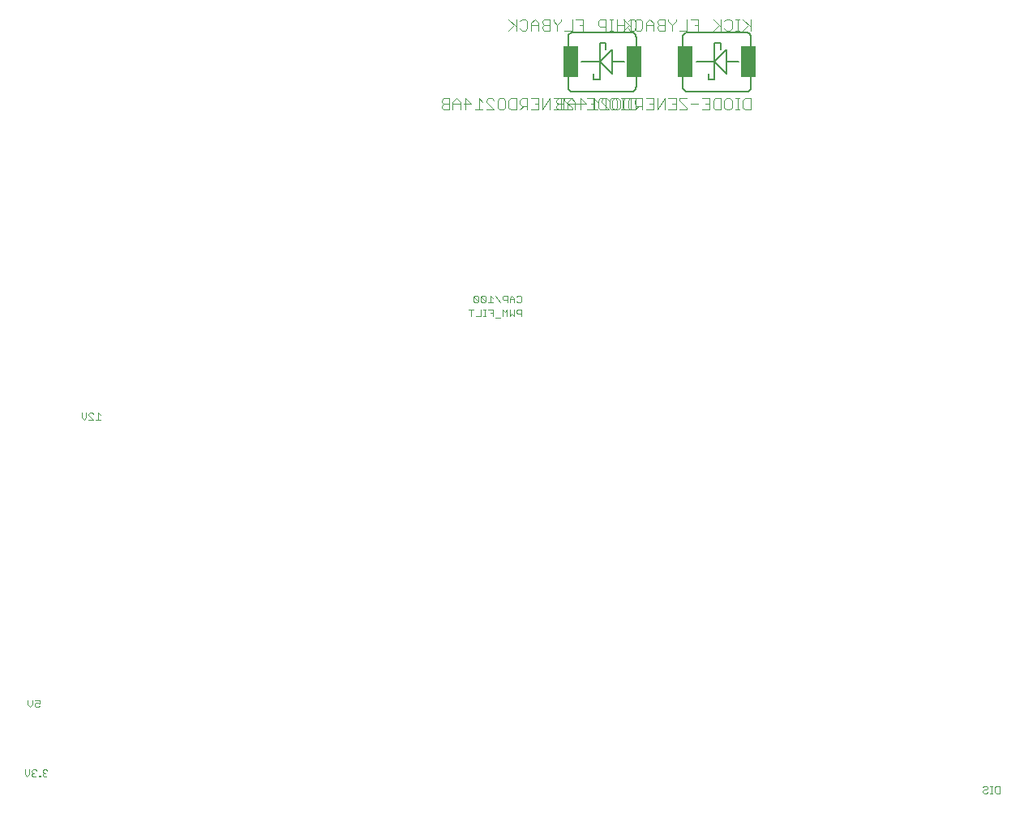
<source format=gbo>
G75*
G70*
%OFA0B0*%
%FSLAX24Y24*%
%IPPOS*%
%LPD*%
%AMOC8*
5,1,8,0,0,1.08239X$1,22.5*
%
%ADD10C,0.0030*%
%ADD11C,0.0050*%
%ADD12R,0.0600X0.1260*%
%ADD13C,0.0040*%
D10*
X043227Y005977D02*
X043227Y006170D01*
X043420Y006170D02*
X043420Y005977D01*
X043323Y005880D01*
X043227Y005977D01*
X043521Y005977D02*
X043521Y005928D01*
X043570Y005880D01*
X043666Y005880D01*
X043715Y005928D01*
X043814Y005928D02*
X043814Y005880D01*
X043862Y005880D01*
X043862Y005928D01*
X043814Y005928D01*
X043963Y005928D02*
X044012Y005880D01*
X044108Y005880D01*
X044157Y005928D01*
X044060Y006025D02*
X044012Y006025D01*
X043963Y005977D01*
X043963Y005928D01*
X044012Y006025D02*
X043963Y006074D01*
X043963Y006122D01*
X044012Y006170D01*
X044108Y006170D01*
X044157Y006122D01*
X043715Y006122D02*
X043666Y006170D01*
X043570Y006170D01*
X043521Y006122D01*
X043521Y006074D01*
X043570Y006025D01*
X043521Y005977D01*
X043570Y006025D02*
X043618Y006025D01*
X043692Y008734D02*
X043789Y008734D01*
X043837Y008783D01*
X043837Y008879D02*
X043741Y008928D01*
X043692Y008928D01*
X043644Y008879D01*
X043644Y008783D01*
X043692Y008734D01*
X043543Y008831D02*
X043446Y008734D01*
X043349Y008831D01*
X043349Y009025D01*
X043543Y009025D02*
X043543Y008831D01*
X043644Y009025D02*
X043837Y009025D01*
X043837Y008879D01*
X045661Y020545D02*
X045564Y020642D01*
X045564Y020836D01*
X045758Y020836D02*
X045758Y020642D01*
X045661Y020545D01*
X045859Y020545D02*
X046052Y020545D01*
X045859Y020739D01*
X045859Y020787D01*
X045907Y020836D01*
X046004Y020836D01*
X046052Y020787D01*
X046250Y020836D02*
X046250Y020545D01*
X046347Y020545D02*
X046153Y020545D01*
X046347Y020739D02*
X046250Y020836D01*
X061491Y025090D02*
X061684Y025090D01*
X061588Y025090D02*
X061588Y024800D01*
X061785Y024800D02*
X061979Y024800D01*
X061979Y025090D01*
X062079Y025090D02*
X062175Y025090D01*
X062127Y025090D02*
X062127Y024800D01*
X062175Y024800D02*
X062079Y024800D01*
X062373Y024945D02*
X062470Y024945D01*
X062470Y024800D02*
X062470Y025090D01*
X062277Y025090D01*
X062277Y025368D02*
X062470Y025368D01*
X062373Y025368D02*
X062373Y025658D01*
X062470Y025562D01*
X062571Y025658D02*
X062765Y025368D01*
X062866Y025513D02*
X062914Y025465D01*
X063060Y025465D01*
X063060Y025368D02*
X063060Y025658D01*
X062914Y025658D01*
X062866Y025610D01*
X062866Y025513D01*
X063161Y025513D02*
X063354Y025513D01*
X063354Y025562D02*
X063257Y025658D01*
X063161Y025562D01*
X063161Y025368D01*
X063354Y025368D02*
X063354Y025562D01*
X063455Y025610D02*
X063504Y025658D01*
X063600Y025658D01*
X063649Y025610D01*
X063649Y025417D01*
X063600Y025368D01*
X063504Y025368D01*
X063455Y025417D01*
X063503Y025090D02*
X063455Y025042D01*
X063455Y024945D01*
X063503Y024897D01*
X063649Y024897D01*
X063649Y024800D02*
X063649Y025090D01*
X063503Y025090D01*
X063354Y025090D02*
X063354Y024800D01*
X063257Y024897D01*
X063160Y024800D01*
X063160Y025090D01*
X063059Y025090D02*
X062963Y024994D01*
X062866Y025090D01*
X062866Y024800D01*
X062765Y024752D02*
X062571Y024752D01*
X063059Y024800D02*
X063059Y025090D01*
X062176Y025417D02*
X061982Y025610D01*
X061982Y025417D01*
X062030Y025368D01*
X062127Y025368D01*
X062176Y025417D01*
X062176Y025610D01*
X062127Y025658D01*
X062030Y025658D01*
X061982Y025610D01*
X061881Y025610D02*
X061833Y025658D01*
X061736Y025658D01*
X061687Y025610D01*
X061881Y025417D01*
X061833Y025368D01*
X061736Y025368D01*
X061687Y025417D01*
X061687Y025610D01*
X061881Y025610D02*
X061881Y025417D01*
X082621Y005433D02*
X082669Y005481D01*
X082766Y005481D01*
X082815Y005433D01*
X082815Y005385D01*
X082766Y005336D01*
X082669Y005336D01*
X082621Y005288D01*
X082621Y005239D01*
X082669Y005191D01*
X082766Y005191D01*
X082815Y005239D01*
X082914Y005191D02*
X083011Y005191D01*
X082963Y005191D02*
X082963Y005481D01*
X083011Y005481D02*
X082914Y005481D01*
X083112Y005433D02*
X083161Y005481D01*
X083306Y005481D01*
X083306Y005191D01*
X083161Y005191D01*
X083112Y005239D01*
X083112Y005433D01*
D11*
X072885Y034038D02*
X070485Y034038D01*
X070459Y034040D01*
X070433Y034045D01*
X070408Y034053D01*
X070385Y034065D01*
X070363Y034079D01*
X070344Y034097D01*
X070326Y034116D01*
X070312Y034138D01*
X070300Y034161D01*
X070292Y034186D01*
X070287Y034212D01*
X070285Y034238D01*
X070285Y036288D01*
X070287Y036314D01*
X070292Y036340D01*
X070300Y036365D01*
X070312Y036388D01*
X070326Y036410D01*
X070344Y036429D01*
X070363Y036447D01*
X070385Y036461D01*
X070408Y036473D01*
X070433Y036481D01*
X070459Y036486D01*
X070485Y036488D01*
X072885Y036488D01*
X072911Y036486D01*
X072937Y036481D01*
X072962Y036473D01*
X072985Y036461D01*
X073007Y036447D01*
X073026Y036429D01*
X073044Y036410D01*
X073058Y036388D01*
X073070Y036365D01*
X073078Y036340D01*
X073083Y036314D01*
X073085Y036288D01*
X073085Y034238D01*
X073083Y034212D01*
X073078Y034186D01*
X073070Y034161D01*
X073058Y034138D01*
X073044Y034116D01*
X073026Y034097D01*
X073007Y034079D01*
X072985Y034065D01*
X072962Y034053D01*
X072937Y034045D01*
X072911Y034040D01*
X072885Y034038D01*
X071585Y034538D02*
X071335Y034538D01*
X071335Y034788D01*
X071585Y034538D02*
X071585Y035288D01*
X070835Y035288D01*
X071585Y035288D02*
X072085Y034788D01*
X072085Y035288D01*
X072085Y035788D01*
X071585Y035288D01*
X071585Y036038D01*
X071835Y036038D01*
X071835Y035788D01*
X072085Y035288D02*
X072585Y035288D01*
X068361Y036288D02*
X068361Y034238D01*
X068359Y034212D01*
X068354Y034186D01*
X068346Y034161D01*
X068334Y034138D01*
X068320Y034116D01*
X068302Y034097D01*
X068283Y034079D01*
X068261Y034065D01*
X068238Y034053D01*
X068213Y034045D01*
X068187Y034040D01*
X068161Y034038D01*
X065761Y034038D01*
X065735Y034040D01*
X065709Y034045D01*
X065684Y034053D01*
X065661Y034065D01*
X065639Y034079D01*
X065620Y034097D01*
X065602Y034116D01*
X065588Y034138D01*
X065576Y034161D01*
X065568Y034186D01*
X065563Y034212D01*
X065561Y034238D01*
X065561Y036288D01*
X065563Y036314D01*
X065568Y036340D01*
X065576Y036365D01*
X065588Y036388D01*
X065602Y036410D01*
X065620Y036429D01*
X065639Y036447D01*
X065661Y036461D01*
X065684Y036473D01*
X065709Y036481D01*
X065735Y036486D01*
X065761Y036488D01*
X068161Y036488D01*
X068187Y036486D01*
X068213Y036481D01*
X068238Y036473D01*
X068261Y036461D01*
X068283Y036447D01*
X068302Y036429D01*
X068320Y036410D01*
X068334Y036388D01*
X068346Y036365D01*
X068354Y036340D01*
X068359Y036314D01*
X068361Y036288D01*
X067111Y036038D02*
X067111Y035788D01*
X067361Y035788D02*
X066861Y035288D01*
X066111Y035288D01*
X066611Y034788D02*
X066611Y034538D01*
X066861Y034538D01*
X066861Y035288D01*
X066861Y036038D01*
X067111Y036038D01*
X067361Y035788D02*
X067361Y035288D01*
X067361Y034788D01*
X066861Y035288D01*
X067361Y035288D02*
X067861Y035288D01*
D12*
X068261Y035263D03*
X070385Y035263D03*
X072985Y035263D03*
X065661Y035263D03*
D13*
X065732Y036558D02*
X065425Y036558D01*
X065118Y036558D02*
X065118Y036788D01*
X064965Y036942D01*
X064965Y037019D01*
X064811Y037019D02*
X064581Y037019D01*
X064504Y036942D01*
X064504Y036865D01*
X064581Y036788D01*
X064811Y036788D01*
X064811Y036558D02*
X064581Y036558D01*
X064504Y036635D01*
X064504Y036712D01*
X064581Y036788D01*
X064351Y036788D02*
X064044Y036788D01*
X064044Y036865D02*
X064044Y036558D01*
X063890Y036635D02*
X063814Y036558D01*
X063660Y036558D01*
X063584Y036635D01*
X063430Y036712D02*
X063123Y037019D01*
X063430Y037019D02*
X063430Y036558D01*
X063353Y036788D02*
X063123Y036558D01*
X063584Y036942D02*
X063660Y037019D01*
X063814Y037019D01*
X063890Y036942D01*
X063890Y036635D01*
X064044Y036865D02*
X064197Y037019D01*
X064351Y036865D01*
X064351Y036558D01*
X064811Y036558D02*
X064811Y037019D01*
X065118Y036788D02*
X065272Y036942D01*
X065272Y037019D01*
X065732Y037019D02*
X065732Y036558D01*
X066039Y036788D02*
X066192Y036788D01*
X066192Y036558D02*
X066192Y037019D01*
X065885Y037019D01*
X066806Y036942D02*
X066806Y036788D01*
X066883Y036712D01*
X067113Y036712D01*
X067113Y036558D02*
X067113Y037019D01*
X066883Y037019D01*
X066806Y036942D01*
X067267Y037019D02*
X067420Y037019D01*
X067343Y037019D02*
X067343Y036558D01*
X067267Y036558D02*
X067420Y036558D01*
X067574Y036558D02*
X067574Y037019D01*
X067574Y036788D02*
X067880Y036788D01*
X068078Y036788D02*
X067848Y036558D01*
X067880Y036558D02*
X067880Y037019D01*
X067848Y037019D02*
X068154Y036712D01*
X068034Y036635D02*
X068111Y036558D01*
X068264Y036558D01*
X068341Y036635D01*
X068341Y036942D01*
X068264Y037019D01*
X068111Y037019D01*
X068034Y036942D01*
X068154Y037019D02*
X068154Y036558D01*
X068308Y036635D02*
X068385Y036558D01*
X068538Y036558D01*
X068615Y036635D01*
X068615Y036942D01*
X068538Y037019D01*
X068385Y037019D01*
X068308Y036942D01*
X068768Y036865D02*
X068768Y036558D01*
X068768Y036788D02*
X069075Y036788D01*
X069075Y036865D02*
X068922Y037019D01*
X068768Y036865D01*
X069075Y036865D02*
X069075Y036558D01*
X069229Y036635D02*
X069305Y036558D01*
X069536Y036558D01*
X069536Y037019D01*
X069305Y037019D01*
X069229Y036942D01*
X069229Y036865D01*
X069305Y036788D01*
X069536Y036788D01*
X069689Y036942D02*
X069689Y037019D01*
X069689Y036942D02*
X069843Y036788D01*
X069843Y036558D01*
X069843Y036788D02*
X069996Y036942D01*
X069996Y037019D01*
X070456Y037019D02*
X070456Y036558D01*
X070149Y036558D01*
X070763Y036788D02*
X070917Y036788D01*
X070917Y036558D02*
X070917Y037019D01*
X070610Y037019D01*
X071531Y037019D02*
X071838Y036712D01*
X071761Y036788D02*
X071531Y036558D01*
X071377Y036482D02*
X071070Y036482D01*
X071838Y036558D02*
X071838Y037019D01*
X071991Y036942D02*
X072068Y037019D01*
X072221Y037019D01*
X072298Y036942D01*
X072298Y036635D01*
X072221Y036558D01*
X072068Y036558D01*
X071991Y036635D01*
X072451Y036558D02*
X072605Y036558D01*
X072528Y036558D02*
X072528Y037019D01*
X072605Y037019D02*
X072451Y037019D01*
X072758Y037019D02*
X073065Y036712D01*
X072989Y036788D02*
X072758Y036558D01*
X073065Y036558D02*
X073065Y037019D01*
X069305Y036788D02*
X069229Y036712D01*
X069229Y036635D01*
X066653Y036482D02*
X066346Y036482D01*
X066346Y033769D02*
X066653Y033769D01*
X066653Y033308D01*
X066346Y033308D01*
X066466Y033308D02*
X066773Y033308D01*
X066806Y033385D02*
X066883Y033308D01*
X067113Y033308D01*
X067113Y033769D01*
X066883Y033769D01*
X066806Y033692D01*
X066806Y033385D01*
X066927Y033308D02*
X067234Y033308D01*
X066927Y033615D01*
X066927Y033692D01*
X067003Y033769D01*
X067157Y033769D01*
X067234Y033692D01*
X067267Y033692D02*
X067343Y033769D01*
X067497Y033769D01*
X067574Y033692D01*
X067574Y033385D01*
X067497Y033308D01*
X067343Y033308D01*
X067267Y033385D01*
X067267Y033692D01*
X067387Y033692D02*
X067464Y033769D01*
X067617Y033769D01*
X067694Y033692D01*
X067694Y033385D01*
X067617Y033308D01*
X067464Y033308D01*
X067387Y033385D01*
X067387Y033692D01*
X067727Y033769D02*
X067880Y033769D01*
X067924Y033769D02*
X068154Y033769D01*
X068154Y033308D01*
X067924Y033308D01*
X067848Y033385D01*
X067848Y033692D01*
X067924Y033769D01*
X067804Y033769D02*
X067804Y033308D01*
X067880Y033308D02*
X067727Y033308D01*
X068034Y033385D02*
X068111Y033308D01*
X068341Y033308D01*
X068341Y033769D01*
X068111Y033769D01*
X068034Y033692D01*
X068034Y033385D01*
X068308Y033308D02*
X068461Y033462D01*
X068385Y033462D02*
X068615Y033462D01*
X068615Y033308D02*
X068615Y033769D01*
X068385Y033769D01*
X068308Y033692D01*
X068308Y033538D01*
X068385Y033462D01*
X068768Y033308D02*
X069075Y033308D01*
X069075Y033769D01*
X068768Y033769D01*
X068922Y033538D02*
X069075Y033538D01*
X069229Y033308D02*
X069229Y033769D01*
X069536Y033769D02*
X069229Y033308D01*
X069536Y033308D02*
X069536Y033769D01*
X069689Y033769D02*
X069996Y033769D01*
X069996Y033308D01*
X069689Y033308D01*
X069843Y033538D02*
X069996Y033538D01*
X070149Y033692D02*
X070456Y033385D01*
X070456Y033308D01*
X070149Y033308D01*
X070149Y033692D02*
X070149Y033769D01*
X070456Y033769D01*
X070610Y033538D02*
X070917Y033538D01*
X071070Y033308D02*
X071377Y033308D01*
X071377Y033769D01*
X071070Y033769D01*
X071224Y033538D02*
X071377Y033538D01*
X071531Y033385D02*
X071607Y033308D01*
X071838Y033308D01*
X071838Y033769D01*
X071607Y033769D01*
X071531Y033692D01*
X071531Y033385D01*
X071991Y033385D02*
X071991Y033692D01*
X072068Y033769D01*
X072221Y033769D01*
X072298Y033692D01*
X072298Y033385D01*
X072221Y033308D01*
X072068Y033308D01*
X071991Y033385D01*
X072451Y033308D02*
X072605Y033308D01*
X072528Y033308D02*
X072528Y033769D01*
X072605Y033769D02*
X072451Y033769D01*
X072758Y033692D02*
X072835Y033769D01*
X073065Y033769D01*
X073065Y033308D01*
X072835Y033308D01*
X072758Y033385D01*
X072758Y033692D01*
X066773Y033615D02*
X066620Y033769D01*
X066620Y033308D01*
X066653Y033538D02*
X066499Y033538D01*
X066313Y033538D02*
X066006Y033538D01*
X065885Y033538D02*
X066192Y033538D01*
X066313Y033538D02*
X066083Y033769D01*
X066083Y033308D01*
X065852Y033308D02*
X065852Y033615D01*
X065699Y033769D01*
X065546Y033615D01*
X065546Y033308D01*
X065425Y033308D02*
X065732Y033308D01*
X065732Y033385D01*
X065425Y033692D01*
X065425Y033769D01*
X065732Y033769D01*
X065852Y033538D02*
X065546Y033538D01*
X065392Y033538D02*
X065162Y033538D01*
X065085Y033462D01*
X065085Y033385D01*
X065162Y033308D01*
X065392Y033308D01*
X065392Y033769D01*
X065162Y033769D01*
X065085Y033692D01*
X065085Y033615D01*
X065162Y033538D01*
X065118Y033538D02*
X065272Y033538D01*
X065272Y033308D02*
X065272Y033769D01*
X064965Y033769D01*
X064811Y033769D02*
X064504Y033308D01*
X064504Y033769D01*
X064351Y033769D02*
X064351Y033308D01*
X064044Y033308D01*
X063890Y033308D02*
X063890Y033769D01*
X063660Y033769D01*
X063584Y033692D01*
X063584Y033538D01*
X063660Y033462D01*
X063890Y033462D01*
X063737Y033462D02*
X063584Y033308D01*
X063430Y033308D02*
X063200Y033308D01*
X063123Y033385D01*
X063123Y033692D01*
X063200Y033769D01*
X063430Y033769D01*
X063430Y033308D01*
X062970Y033385D02*
X062893Y033308D01*
X062739Y033308D01*
X062663Y033385D01*
X062663Y033692D01*
X062739Y033769D01*
X062893Y033769D01*
X062970Y033692D01*
X062970Y033385D01*
X062509Y033308D02*
X062202Y033615D01*
X062202Y033692D01*
X062279Y033769D01*
X062433Y033769D01*
X062509Y033692D01*
X062509Y033308D02*
X062202Y033308D01*
X062049Y033308D02*
X061742Y033308D01*
X061895Y033308D02*
X061895Y033769D01*
X062049Y033615D01*
X061588Y033538D02*
X061282Y033538D01*
X061128Y033538D02*
X060821Y033538D01*
X060821Y033615D02*
X060821Y033308D01*
X060668Y033308D02*
X060437Y033308D01*
X060361Y033385D01*
X060361Y033462D01*
X060437Y033538D01*
X060668Y033538D01*
X060821Y033615D02*
X060975Y033769D01*
X061128Y033615D01*
X061128Y033308D01*
X061358Y033308D02*
X061358Y033769D01*
X061588Y033538D01*
X060668Y033308D02*
X060668Y033769D01*
X060437Y033769D01*
X060361Y033692D01*
X060361Y033615D01*
X060437Y033538D01*
X064044Y033769D02*
X064351Y033769D01*
X064351Y033538D02*
X064197Y033538D01*
X064811Y033308D02*
X064811Y033769D01*
X064965Y033308D02*
X065272Y033308D01*
M02*

</source>
